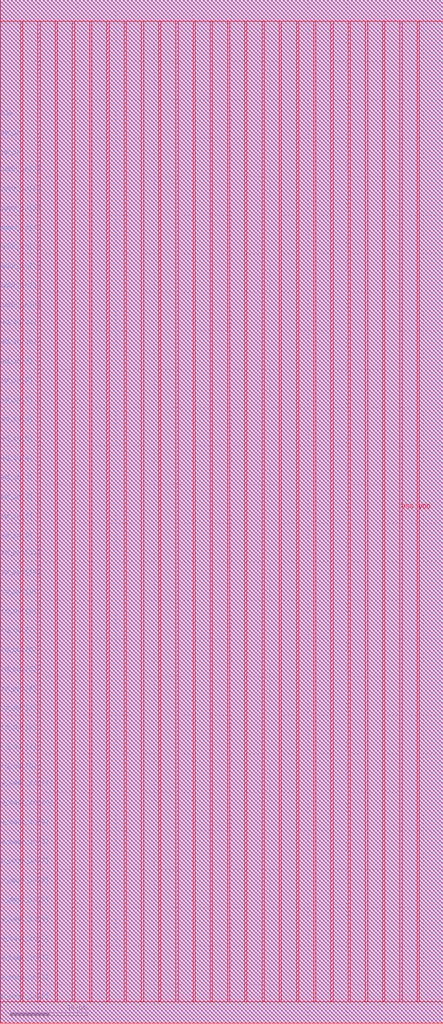
<source format=lef>
VERSION 5.7 ;
BUSBITCHARS "[]" ;
MACRO fakeram45_256x12
  FOREIGN fakeram45_256x12 0 0 ;
  SYMMETRY X Y R90 ;
  SIZE 57.570 BY 133.000 ;
  CLASS BLOCK ;
  PIN w_mask_in[0]
    DIRECTION INPUT ;
    USE SIGNAL ;
    SHAPE ABUTMENT ;
    PORT
      LAYER metal3 ;
      RECT 0.000 2.765 0.070 2.835 ;
    END
  END w_mask_in[0]
  PIN w_mask_in[1]
    DIRECTION INPUT ;
    USE SIGNAL ;
    SHAPE ABUTMENT ;
    PORT
      LAYER metal3 ;
      RECT 0.000 5.285 0.070 5.355 ;
    END
  END w_mask_in[1]
  PIN w_mask_in[2]
    DIRECTION INPUT ;
    USE SIGNAL ;
    SHAPE ABUTMENT ;
    PORT
      LAYER metal3 ;
      RECT 0.000 7.805 0.070 7.875 ;
    END
  END w_mask_in[2]
  PIN w_mask_in[3]
    DIRECTION INPUT ;
    USE SIGNAL ;
    SHAPE ABUTMENT ;
    PORT
      LAYER metal3 ;
      RECT 0.000 10.325 0.070 10.395 ;
    END
  END w_mask_in[3]
  PIN w_mask_in[4]
    DIRECTION INPUT ;
    USE SIGNAL ;
    SHAPE ABUTMENT ;
    PORT
      LAYER metal3 ;
      RECT 0.000 12.845 0.070 12.915 ;
    END
  END w_mask_in[4]
  PIN w_mask_in[5]
    DIRECTION INPUT ;
    USE SIGNAL ;
    SHAPE ABUTMENT ;
    PORT
      LAYER metal3 ;
      RECT 0.000 15.365 0.070 15.435 ;
    END
  END w_mask_in[5]
  PIN w_mask_in[6]
    DIRECTION INPUT ;
    USE SIGNAL ;
    SHAPE ABUTMENT ;
    PORT
      LAYER metal3 ;
      RECT 0.000 17.885 0.070 17.955 ;
    END
  END w_mask_in[6]
  PIN w_mask_in[7]
    DIRECTION INPUT ;
    USE SIGNAL ;
    SHAPE ABUTMENT ;
    PORT
      LAYER metal3 ;
      RECT 0.000 20.405 0.070 20.475 ;
    END
  END w_mask_in[7]
  PIN w_mask_in[8]
    DIRECTION INPUT ;
    USE SIGNAL ;
    SHAPE ABUTMENT ;
    PORT
      LAYER metal3 ;
      RECT 0.000 22.925 0.070 22.995 ;
    END
  END w_mask_in[8]
  PIN w_mask_in[9]
    DIRECTION INPUT ;
    USE SIGNAL ;
    SHAPE ABUTMENT ;
    PORT
      LAYER metal3 ;
      RECT 0.000 25.445 0.070 25.515 ;
    END
  END w_mask_in[9]
  PIN w_mask_in[10]
    DIRECTION INPUT ;
    USE SIGNAL ;
    SHAPE ABUTMENT ;
    PORT
      LAYER metal3 ;
      RECT 0.000 27.965 0.070 28.035 ;
    END
  END w_mask_in[10]
  PIN w_mask_in[11]
    DIRECTION INPUT ;
    USE SIGNAL ;
    SHAPE ABUTMENT ;
    PORT
      LAYER metal3 ;
      RECT 0.000 30.485 0.070 30.555 ;
    END
  END w_mask_in[11]
  PIN rd_out[0]
    DIRECTION OUTPUT ;
    USE SIGNAL ;
    SHAPE ABUTMENT ;
    PORT
      LAYER metal3 ;
      RECT 0.000 32.725 0.070 32.795 ;
    END
  END rd_out[0]
  PIN rd_out[1]
    DIRECTION OUTPUT ;
    USE SIGNAL ;
    SHAPE ABUTMENT ;
    PORT
      LAYER metal3 ;
      RECT 0.000 35.245 0.070 35.315 ;
    END
  END rd_out[1]
  PIN rd_out[2]
    DIRECTION OUTPUT ;
    USE SIGNAL ;
    SHAPE ABUTMENT ;
    PORT
      LAYER metal3 ;
      RECT 0.000 37.765 0.070 37.835 ;
    END
  END rd_out[2]
  PIN rd_out[3]
    DIRECTION OUTPUT ;
    USE SIGNAL ;
    SHAPE ABUTMENT ;
    PORT
      LAYER metal3 ;
      RECT 0.000 40.285 0.070 40.355 ;
    END
  END rd_out[3]
  PIN rd_out[4]
    DIRECTION OUTPUT ;
    USE SIGNAL ;
    SHAPE ABUTMENT ;
    PORT
      LAYER metal3 ;
      RECT 0.000 42.805 0.070 42.875 ;
    END
  END rd_out[4]
  PIN rd_out[5]
    DIRECTION OUTPUT ;
    USE SIGNAL ;
    SHAPE ABUTMENT ;
    PORT
      LAYER metal3 ;
      RECT 0.000 45.325 0.070 45.395 ;
    END
  END rd_out[5]
  PIN rd_out[6]
    DIRECTION OUTPUT ;
    USE SIGNAL ;
    SHAPE ABUTMENT ;
    PORT
      LAYER metal3 ;
      RECT 0.000 47.845 0.070 47.915 ;
    END
  END rd_out[6]
  PIN rd_out[7]
    DIRECTION OUTPUT ;
    USE SIGNAL ;
    SHAPE ABUTMENT ;
    PORT
      LAYER metal3 ;
      RECT 0.000 50.365 0.070 50.435 ;
    END
  END rd_out[7]
  PIN rd_out[8]
    DIRECTION OUTPUT ;
    USE SIGNAL ;
    SHAPE ABUTMENT ;
    PORT
      LAYER metal3 ;
      RECT 0.000 52.885 0.070 52.955 ;
    END
  END rd_out[8]
  PIN rd_out[9]
    DIRECTION OUTPUT ;
    USE SIGNAL ;
    SHAPE ABUTMENT ;
    PORT
      LAYER metal3 ;
      RECT 0.000 55.405 0.070 55.475 ;
    END
  END rd_out[9]
  PIN rd_out[10]
    DIRECTION OUTPUT ;
    USE SIGNAL ;
    SHAPE ABUTMENT ;
    PORT
      LAYER metal3 ;
      RECT 0.000 57.925 0.070 57.995 ;
    END
  END rd_out[10]
  PIN rd_out[11]
    DIRECTION OUTPUT ;
    USE SIGNAL ;
    SHAPE ABUTMENT ;
    PORT
      LAYER metal3 ;
      RECT 0.000 60.445 0.070 60.515 ;
    END
  END rd_out[11]
  PIN wd_in[0]
    DIRECTION INPUT ;
    USE SIGNAL ;
    SHAPE ABUTMENT ;
    PORT
      LAYER metal3 ;
      RECT 0.000 62.685 0.070 62.755 ;
    END
  END wd_in[0]
  PIN wd_in[1]
    DIRECTION INPUT ;
    USE SIGNAL ;
    SHAPE ABUTMENT ;
    PORT
      LAYER metal3 ;
      RECT 0.000 65.205 0.070 65.275 ;
    END
  END wd_in[1]
  PIN wd_in[2]
    DIRECTION INPUT ;
    USE SIGNAL ;
    SHAPE ABUTMENT ;
    PORT
      LAYER metal3 ;
      RECT 0.000 67.725 0.070 67.795 ;
    END
  END wd_in[2]
  PIN wd_in[3]
    DIRECTION INPUT ;
    USE SIGNAL ;
    SHAPE ABUTMENT ;
    PORT
      LAYER metal3 ;
      RECT 0.000 70.245 0.070 70.315 ;
    END
  END wd_in[3]
  PIN wd_in[4]
    DIRECTION INPUT ;
    USE SIGNAL ;
    SHAPE ABUTMENT ;
    PORT
      LAYER metal3 ;
      RECT 0.000 72.765 0.070 72.835 ;
    END
  END wd_in[4]
  PIN wd_in[5]
    DIRECTION INPUT ;
    USE SIGNAL ;
    SHAPE ABUTMENT ;
    PORT
      LAYER metal3 ;
      RECT 0.000 75.285 0.070 75.355 ;
    END
  END wd_in[5]
  PIN wd_in[6]
    DIRECTION INPUT ;
    USE SIGNAL ;
    SHAPE ABUTMENT ;
    PORT
      LAYER metal3 ;
      RECT 0.000 77.805 0.070 77.875 ;
    END
  END wd_in[6]
  PIN wd_in[7]
    DIRECTION INPUT ;
    USE SIGNAL ;
    SHAPE ABUTMENT ;
    PORT
      LAYER metal3 ;
      RECT 0.000 80.325 0.070 80.395 ;
    END
  END wd_in[7]
  PIN wd_in[8]
    DIRECTION INPUT ;
    USE SIGNAL ;
    SHAPE ABUTMENT ;
    PORT
      LAYER metal3 ;
      RECT 0.000 82.845 0.070 82.915 ;
    END
  END wd_in[8]
  PIN wd_in[9]
    DIRECTION INPUT ;
    USE SIGNAL ;
    SHAPE ABUTMENT ;
    PORT
      LAYER metal3 ;
      RECT 0.000 85.365 0.070 85.435 ;
    END
  END wd_in[9]
  PIN wd_in[10]
    DIRECTION INPUT ;
    USE SIGNAL ;
    SHAPE ABUTMENT ;
    PORT
      LAYER metal3 ;
      RECT 0.000 87.885 0.070 87.955 ;
    END
  END wd_in[10]
  PIN wd_in[11]
    DIRECTION INPUT ;
    USE SIGNAL ;
    SHAPE ABUTMENT ;
    PORT
      LAYER metal3 ;
      RECT 0.000 90.405 0.070 90.475 ;
    END
  END wd_in[11]
  PIN addr_in[0]
    DIRECTION INPUT ;
    USE SIGNAL ;
    SHAPE ABUTMENT ;
    PORT
      LAYER metal3 ;
      RECT 0.000 92.645 0.070 92.715 ;
    END
  END addr_in[0]
  PIN addr_in[1]
    DIRECTION INPUT ;
    USE SIGNAL ;
    SHAPE ABUTMENT ;
    PORT
      LAYER metal3 ;
      RECT 0.000 95.165 0.070 95.235 ;
    END
  END addr_in[1]
  PIN addr_in[2]
    DIRECTION INPUT ;
    USE SIGNAL ;
    SHAPE ABUTMENT ;
    PORT
      LAYER metal3 ;
      RECT 0.000 97.685 0.070 97.755 ;
    END
  END addr_in[2]
  PIN addr_in[3]
    DIRECTION INPUT ;
    USE SIGNAL ;
    SHAPE ABUTMENT ;
    PORT
      LAYER metal3 ;
      RECT 0.000 100.205 0.070 100.275 ;
    END
  END addr_in[3]
  PIN addr_in[4]
    DIRECTION INPUT ;
    USE SIGNAL ;
    SHAPE ABUTMENT ;
    PORT
      LAYER metal3 ;
      RECT 0.000 102.725 0.070 102.795 ;
    END
  END addr_in[4]
  PIN addr_in[5]
    DIRECTION INPUT ;
    USE SIGNAL ;
    SHAPE ABUTMENT ;
    PORT
      LAYER metal3 ;
      RECT 0.000 105.245 0.070 105.315 ;
    END
  END addr_in[5]
  PIN addr_in[6]
    DIRECTION INPUT ;
    USE SIGNAL ;
    SHAPE ABUTMENT ;
    PORT
      LAYER metal3 ;
      RECT 0.000 107.765 0.070 107.835 ;
    END
  END addr_in[6]
  PIN addr_in[7]
    DIRECTION INPUT ;
    USE SIGNAL ;
    SHAPE ABUTMENT ;
    PORT
      LAYER metal3 ;
      RECT 0.000 110.285 0.070 110.355 ;
    END
  END addr_in[7]
  PIN we_in
    DIRECTION INPUT ;
    USE SIGNAL ;
    SHAPE ABUTMENT ;
    PORT
      LAYER metal3 ;
      RECT 0.000 112.525 0.070 112.595 ;
    END
  END we_in
  PIN ce_in
    DIRECTION INPUT ;
    USE SIGNAL ;
    SHAPE ABUTMENT ;
    PORT
      LAYER metal3 ;
      RECT 0.000 115.045 0.070 115.115 ;
    END
  END ce_in
  PIN clk
    DIRECTION INPUT ;
    USE SIGNAL ;
    SHAPE ABUTMENT ;
    PORT
      LAYER metal3 ;
      RECT 0.000 117.565 0.070 117.635 ;
    END
  END clk
  PIN VSS
    DIRECTION INOUT ;
    USE GROUND ;
    PORT
      LAYER metal4 ;
      RECT 2.660 2.800 2.940 130.200 ;
      RECT 7.140 2.800 7.420 130.200 ;
      RECT 11.620 2.800 11.900 130.200 ;
      RECT 16.100 2.800 16.380 130.200 ;
      RECT 20.580 2.800 20.860 130.200 ;
      RECT 25.060 2.800 25.340 130.200 ;
      RECT 29.540 2.800 29.820 130.200 ;
      RECT 34.020 2.800 34.300 130.200 ;
      RECT 38.500 2.800 38.780 130.200 ;
      RECT 42.980 2.800 43.260 130.200 ;
      RECT 47.460 2.800 47.740 130.200 ;
      RECT 51.940 2.800 52.220 130.200 ;
    END
  END VSS
  PIN VDD
    DIRECTION INOUT ;
    USE POWER ;
    PORT
      LAYER metal4 ;
      RECT 4.900 2.800 5.180 130.200 ;
      RECT 9.380 2.800 9.660 130.200 ;
      RECT 13.860 2.800 14.140 130.200 ;
      RECT 18.340 2.800 18.620 130.200 ;
      RECT 22.820 2.800 23.100 130.200 ;
      RECT 27.300 2.800 27.580 130.200 ;
      RECT 31.780 2.800 32.060 130.200 ;
      RECT 36.260 2.800 36.540 130.200 ;
      RECT 40.740 2.800 41.020 130.200 ;
      RECT 45.220 2.800 45.500 130.200 ;
      RECT 49.700 2.800 49.980 130.200 ;
      RECT 54.180 2.800 54.460 130.200 ;
    END
  END VDD
  OBS
    LAYER metal1 ;
    RECT 0 0 57.570 133.000 ;
    LAYER metal2 ;
    RECT 0 0 57.570 133.000 ;
    LAYER metal3 ;
    RECT 0.070 0 57.570 133.000 ;
    RECT 0 0.000 0.070 2.765 ;
    RECT 0 2.835 0.070 5.285 ;
    RECT 0 5.355 0.070 7.805 ;
    RECT 0 7.875 0.070 10.325 ;
    RECT 0 10.395 0.070 12.845 ;
    RECT 0 12.915 0.070 15.365 ;
    RECT 0 15.435 0.070 17.885 ;
    RECT 0 17.955 0.070 20.405 ;
    RECT 0 20.475 0.070 22.925 ;
    RECT 0 22.995 0.070 25.445 ;
    RECT 0 25.515 0.070 27.965 ;
    RECT 0 28.035 0.070 30.485 ;
    RECT 0 30.555 0.070 32.725 ;
    RECT 0 32.795 0.070 35.245 ;
    RECT 0 35.315 0.070 37.765 ;
    RECT 0 37.835 0.070 40.285 ;
    RECT 0 40.355 0.070 42.805 ;
    RECT 0 42.875 0.070 45.325 ;
    RECT 0 45.395 0.070 47.845 ;
    RECT 0 47.915 0.070 50.365 ;
    RECT 0 50.435 0.070 52.885 ;
    RECT 0 52.955 0.070 55.405 ;
    RECT 0 55.475 0.070 57.925 ;
    RECT 0 57.995 0.070 60.445 ;
    RECT 0 60.515 0.070 62.685 ;
    RECT 0 62.755 0.070 65.205 ;
    RECT 0 65.275 0.070 67.725 ;
    RECT 0 67.795 0.070 70.245 ;
    RECT 0 70.315 0.070 72.765 ;
    RECT 0 72.835 0.070 75.285 ;
    RECT 0 75.355 0.070 77.805 ;
    RECT 0 77.875 0.070 80.325 ;
    RECT 0 80.395 0.070 82.845 ;
    RECT 0 82.915 0.070 85.365 ;
    RECT 0 85.435 0.070 87.885 ;
    RECT 0 87.955 0.070 90.405 ;
    RECT 0 90.475 0.070 92.645 ;
    RECT 0 92.715 0.070 95.165 ;
    RECT 0 95.235 0.070 97.685 ;
    RECT 0 97.755 0.070 100.205 ;
    RECT 0 100.275 0.070 102.725 ;
    RECT 0 102.795 0.070 105.245 ;
    RECT 0 105.315 0.070 107.765 ;
    RECT 0 107.835 0.070 110.285 ;
    RECT 0 110.355 0.070 112.525 ;
    RECT 0 112.595 0.070 115.045 ;
    RECT 0 115.115 0.070 117.565 ;
    RECT 0 117.635 0.070 133.000 ;
    LAYER metal4 ;
    RECT 0 0 57.570 2.800 ;
    RECT 0 130.200 57.570 133.000 ;
    RECT 0.000 2.800 2.660 130.200 ;
    RECT 2.940 2.800 4.900 130.200 ;
    RECT 5.180 2.800 7.140 130.200 ;
    RECT 7.420 2.800 9.380 130.200 ;
    RECT 9.660 2.800 11.620 130.200 ;
    RECT 11.900 2.800 13.860 130.200 ;
    RECT 14.140 2.800 16.100 130.200 ;
    RECT 16.380 2.800 18.340 130.200 ;
    RECT 18.620 2.800 20.580 130.200 ;
    RECT 20.860 2.800 22.820 130.200 ;
    RECT 23.100 2.800 25.060 130.200 ;
    RECT 25.340 2.800 27.300 130.200 ;
    RECT 27.580 2.800 29.540 130.200 ;
    RECT 29.820 2.800 31.780 130.200 ;
    RECT 32.060 2.800 34.020 130.200 ;
    RECT 34.300 2.800 36.260 130.200 ;
    RECT 36.540 2.800 38.500 130.200 ;
    RECT 38.780 2.800 40.740 130.200 ;
    RECT 41.020 2.800 42.980 130.200 ;
    RECT 43.260 2.800 45.220 130.200 ;
    RECT 45.500 2.800 47.460 130.200 ;
    RECT 47.740 2.800 49.700 130.200 ;
    RECT 49.980 2.800 51.940 130.200 ;
    RECT 52.220 2.800 54.180 130.200 ;
    RECT 54.460 2.800 57.570 130.200 ;
    LAYER OVERLAP ;
    RECT 0 0 57.570 133.000 ;
  END
END fakeram45_256x12

END LIBRARY

</source>
